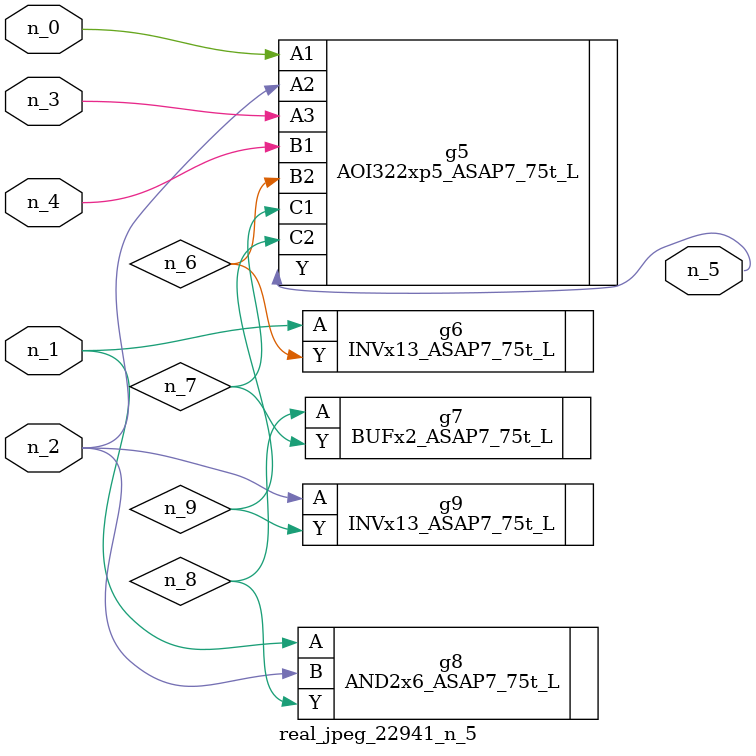
<source format=v>
module real_jpeg_22941_n_5 (n_4, n_0, n_1, n_2, n_3, n_5);

input n_4;
input n_0;
input n_1;
input n_2;
input n_3;

output n_5;

wire n_8;
wire n_6;
wire n_7;
wire n_9;

AOI322xp5_ASAP7_75t_L g5 ( 
.A1(n_0),
.A2(n_2),
.A3(n_3),
.B1(n_4),
.B2(n_6),
.C1(n_7),
.C2(n_9),
.Y(n_5)
);

INVx13_ASAP7_75t_L g6 ( 
.A(n_1),
.Y(n_6)
);

AND2x6_ASAP7_75t_L g8 ( 
.A(n_1),
.B(n_2),
.Y(n_8)
);

INVx13_ASAP7_75t_L g9 ( 
.A(n_2),
.Y(n_9)
);

BUFx2_ASAP7_75t_L g7 ( 
.A(n_8),
.Y(n_7)
);


endmodule
</source>
